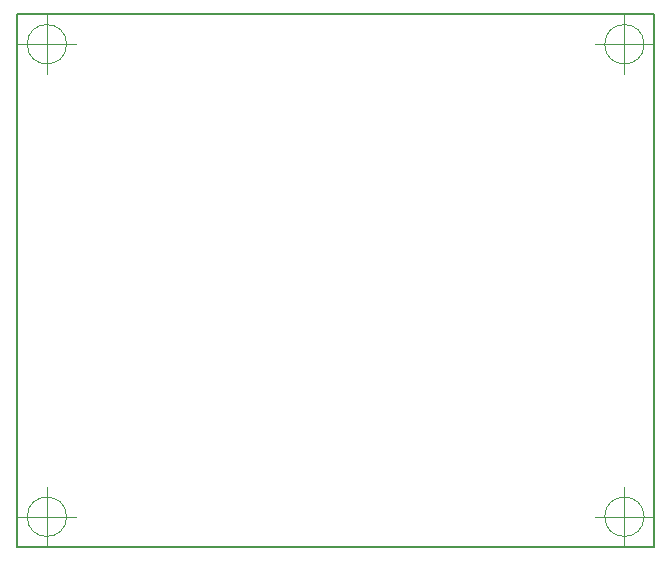
<source format=gbr>
G04 #@! TF.GenerationSoftware,KiCad,Pcbnew,(5.1.7)-1*
G04 #@! TF.CreationDate,2021-04-12T14:54:16+02:00*
G04 #@! TF.ProjectId,FitnessTracker.kicad_pcb2,4669746e-6573-4735-9472-61636b65722e,rev?*
G04 #@! TF.SameCoordinates,Original*
G04 #@! TF.FileFunction,Profile,NP*
%FSLAX46Y46*%
G04 Gerber Fmt 4.6, Leading zero omitted, Abs format (unit mm)*
G04 Created by KiCad (PCBNEW (5.1.7)-1) date 2021-04-12 14:54:16*
%MOMM*%
%LPD*%
G01*
G04 APERTURE LIST*
G04 #@! TA.AperFunction,Profile*
%ADD10C,0.050000*%
G04 #@! TD*
G04 #@! TA.AperFunction,Profile*
%ADD11C,0.150000*%
G04 #@! TD*
%ADD12C,0.050000*%
G04 APERTURE END LIST*
D10*
X211851666Y-59055000D02*
G75*
G03*
X211851666Y-59055000I-1666666J0D01*
G01*
X207685000Y-59055000D02*
X212685000Y-59055000D01*
X210185000Y-56555000D02*
X210185000Y-61555000D01*
X162956666Y-59055000D02*
G75*
G03*
X162956666Y-59055000I-1666666J0D01*
G01*
X158790000Y-59055000D02*
X163790000Y-59055000D01*
X161290000Y-56555000D02*
X161290000Y-61555000D01*
D11*
X212725000Y-59055000D02*
X212725000Y-56515000D01*
X158750000Y-59055000D02*
X158750000Y-56515000D01*
X212725000Y-59055000D02*
X212725000Y-60325000D01*
X158750000Y-56515000D02*
X212725000Y-56515000D01*
X158750000Y-60325000D02*
X158750000Y-59055000D01*
D10*
X211851666Y-99060000D02*
G75*
G03*
X211851666Y-99060000I-1666666J0D01*
G01*
X207685000Y-99060000D02*
X212685000Y-99060000D01*
X210185000Y-96560000D02*
X210185000Y-101560000D01*
X162956666Y-99060000D02*
G75*
G03*
X162956666Y-99060000I-1666666J0D01*
G01*
X158790000Y-99060000D02*
X163790000Y-99060000D01*
X161290000Y-96560000D02*
X161290000Y-101560000D01*
D11*
X212725000Y-99695000D02*
X212725000Y-101600000D01*
X212725000Y-101600000D02*
X212090000Y-101600000D01*
X158750000Y-101600000D02*
X212090000Y-101600000D01*
X158750000Y-99695000D02*
X158750000Y-101600000D01*
X212725000Y-99695000D02*
X212725000Y-60325000D01*
X158750000Y-99695000D02*
X158750000Y-60325000D01*
D12*
M02*

</source>
